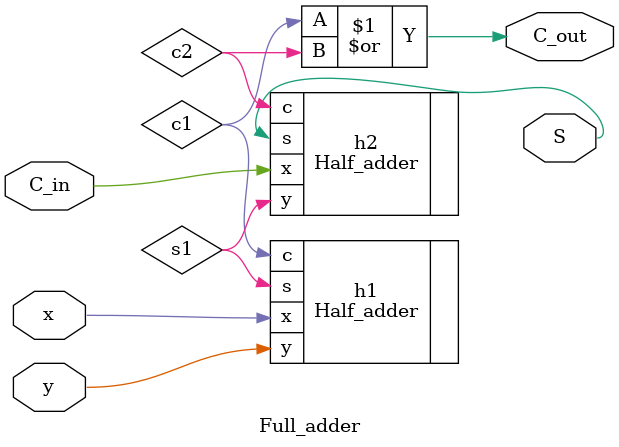
<source format=v>

module Full_adder(
   input C_in,x,y,
   output S,C_out
    );
    wire s1,c1,c2;
    Half_adder h1( .x(x),.y(y),.s(s1),.c(c1) );
    Half_adder h2( .x(C_in),.y(s1),.s(S),.c(c2));
    or(C_out,c1,c2);
endmodule
</source>
